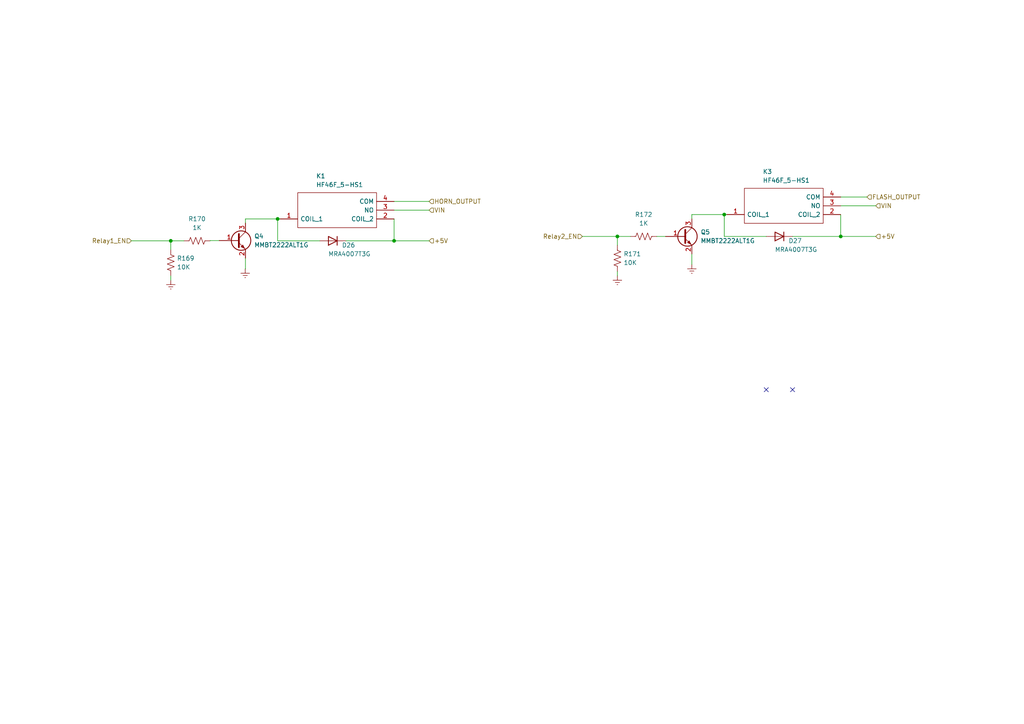
<source format=kicad_sch>
(kicad_sch (version 20231120) (generator "eeschema") (generator_version "7.99")
  (paper "A4")
  (lib_symbols
    (symbol "Device:D" (pin_numbers hide) (pin_names (offset 1.016) hide)
      (property "Reference" "D" (at 0 2.54 0))
      (property "Value" "D" (at 0 -2.54 0))
      (symbol "D_0_1"
        (polyline (pts (xy -1.27 1.27) (xy -1.27 -1.27)) (stroke (width 0.254)))
        (polyline (pts (xy 1.27 0) (xy -1.27 0)))
        (polyline (pts (xy 1.27 1.27) (xy 1.27 -1.27) (xy -1.27 0) (xy 1.27 1.27)) (stroke (width 0.254)))
      )
      (symbol "D_1_1"
        (pin passive line (at -3.81 0 0) (length 2.54) (name "K") (number "1"))
        (pin passive line (at 3.81 0 180) (length 2.54) (name "A") (number "2"))
      )
    )
    (symbol "Device:R_US" (pin_numbers hide) (pin_names (offset 0))
      (property "Reference" "R" (at 2.54 0 90))
      (property "Value" "R_US" (at -2.54 0 90))
      (symbol "R_US_0_1"
        (polyline (pts (xy 0 -2.286) (xy 0 -2.54)))
        (polyline (pts (xy 0 2.286) (xy 0 2.54)))
        (polyline (pts (xy 0 -0.762) (xy 1.016 -1.143) (xy 0 -1.524) (xy -1.016 -1.905) (xy 0 -2.286)))
        (polyline (pts (xy 0 0.762) (xy 1.016 0.381) (xy 0 0) (xy -1.016 -0.381) (xy 0 -0.762)))
        (polyline (pts (xy 0 2.286) (xy 1.016 1.905) (xy 0 1.524) (xy -1.016 1.143) (xy 0 0.762)))
      )
      (symbol "R_US_1_1"
        (pin passive line (at 0 3.81 270) (length 1.27) (name "~") (number "1"))
        (pin passive line (at 0 -3.81 90) (length 1.27) (name "~") (number "2"))
      )
    )
    (symbol "HF46F:HF46F_5-HS1" (pin_names (offset 0.762))
      (property "Reference" "K" (at 29.21 7.62 0))
      (property "Value" "HF46F_5-HS1" (at 29.21 5.08 0))
      (symbol "HF46F_5-HS1_0_0"
        (pin passive line (at 33.02 0 180) (length 5.08) (name "COIL_1") (number "1"))
        (pin passive line (at 0 0 0) (length 5.08) (name "COIL_2") (number "2"))
        (pin passive line (at 0 -2.54 0) (length 5.08) (name "NO") (number "3"))
        (pin passive line (at 0 -5.08 0) (length 5.08) (name "COM") (number "4"))
      )
      (symbol "HF46F_5-HS1_0_1"
        (polyline (pts (xy 5.08 2.54) (xy 27.94 2.54) (xy 27.94 -7.62) (xy 5.08 -7.62) (xy 5.08 2.54)) (stroke (width 0.1524)))
      )
    )
    (symbol "Transistor_BJT:2N3055" (pin_names (offset 0) hide)
      (property "Reference" "Q" (at 5.08 1.905 0))
      (property "Value" "2N3055" (at 5.08 0 0))
      (symbol "2N3055_0_1"
        (polyline (pts (xy 0.635 0.635) (xy 2.54 2.54)))
        (polyline (pts (xy 0.635 -0.635) (xy 2.54 -2.54) (xy 2.54 -2.54)))
        (polyline (pts (xy 0.635 1.905) (xy 0.635 -1.905) (xy 0.635 -1.905)) (stroke (width 0.508)))
        (polyline (pts (xy 1.27 -1.778) (xy 1.778 -1.27) (xy 2.286 -2.286) (xy 1.27 -1.778) (xy 1.27 -1.778)) (fill (type outline)))
        (circle (center 1.27 0) (radius 2.8194) (stroke (width 0.254)))
      )
      (symbol "2N3055_1_1"
        (pin input line (at -5.08 0 0) (length 5.715) (name "B") (number "1"))
        (pin passive line (at 2.54 -5.08 90) (length 2.54) (name "E") (number "2"))
        (pin passive line (at 2.54 5.08 270) (length 2.54) (name "C") (number "3"))
      )
    )
    (symbol "power:Earth" (power) (pin_names (offset 0))
      (symbol "Earth_0_1"
        (polyline (pts (xy -0.635 -1.905) (xy 0.635 -1.905)))
        (polyline (pts (xy -0.127 -2.54) (xy 0.127 -2.54)))
        (polyline (pts (xy 0 -1.27) (xy 0 0)))
        (polyline (pts (xy 1.27 -1.27) (xy -1.27 -1.27)))
      )
      (symbol "Earth_1_1"
        (pin power_in line (at 0 0 270) (length 0) hide (name "Earth") (number "1"))
      )
    )
  )
  (junction (at 114.3 69.85))
  (junction (at 243.84 68.58))
  (junction (at 179.07 68.58))
  (junction (at 80.5252 63.5))
  (junction (at 49.53 69.85))
  (junction (at 210.0652 62.23))
  (no_connect (at 229.87 113.03))
  (no_connect (at 222.25 113.03))
  (wire (pts (xy 92.71 69.85) (xy 80.5252 69.85)))
  (wire (pts (xy 49.53 80.01) (xy 49.53 81.28)))
  (wire (pts (xy 114.3 63.5) (xy 114.3 69.85)))
  (wire (pts (xy 114.3 60.96) (xy 124.46 60.96)))
  (wire (pts (xy 243.84 62.23) (xy 243.84 68.58)))
  (wire (pts (xy 243.84 68.58) (xy 254 68.58)))
  (wire (pts (xy 71.1888 74.8588) (xy 71.1888 77.978)))
  (wire (pts (xy 200.66 62.23) (xy 210.0652 62.23)))
  (wire (pts (xy 179.07 68.58) (xy 182.88 68.58)))
  (wire (pts (xy 168.91 68.58) (xy 179.07 68.58)))
  (wire (pts (xy 114.3 58.42) (xy 124.46 58.42)))
  (wire (pts (xy 60.96 69.7788) (xy 60.96 69.85)))
  (wire (pts (xy 38.1 69.85) (xy 49.53 69.85)))
  (wire (pts (xy 200.66 63.5) (xy 200.66 62.23)))
  (wire (pts (xy 190.5 68.58) (xy 193.04 68.58)))
  (wire (pts (xy 179.07 78.74) (xy 179.07 80.01)))
  (wire (pts (xy 222.25 68.58) (xy 210.0652 68.58)))
  (wire (pts (xy 63.5688 69.7788) (xy 60.96 69.7788)))
  (wire (pts (xy 243.84 57.15) (xy 251.46 57.15)))
  (wire (pts (xy 210.0652 62.23) (xy 210.82 62.23)))
  (wire (pts (xy 71.1888 77.978) (xy 71.12 77.978)))
  (wire (pts (xy 200.66 73.66) (xy 200.66 76.708)))
  (wire (pts (xy 243.84 59.69) (xy 254 59.69)))
  (wire (pts (xy 71.1888 63.5) (xy 71.1888 64.6988)))
  (wire (pts (xy 100.33 69.85) (xy 114.3 69.85)))
  (wire (pts (xy 210.0652 68.58) (xy 210.0652 62.23)))
  (wire (pts (xy 49.53 69.85) (xy 49.53 72.39)))
  (wire (pts (xy 80.5252 63.5) (xy 81.28 63.5)))
  (wire (pts (xy 114.3 69.85) (xy 124.46 69.85)))
  (wire (pts (xy 179.07 68.58) (xy 179.07 71.12)))
  (wire (pts (xy 71.1888 63.5) (xy 80.5252 63.5)))
  (wire (pts (xy 80.5252 69.85) (xy 80.5252 63.5)))
  (wire (pts (xy 49.53 69.85) (xy 53.34 69.85)))
  (wire (pts (xy 229.87 68.58) (xy 243.84 68.58)))
  (hierarchical_label "HORN_OUTPUT" (shape input) (at 124.46 58.42 0))
  (hierarchical_label "+5V" (shape input) (at 124.46 69.85 0))
  (hierarchical_label "VIN" (shape input) (at 254 59.69 0))
  (hierarchical_label "Relay2_EN" (shape input) (at 168.91 68.58 180))
  (hierarchical_label "VIN" (shape input) (at 124.46 60.96 0))
  (hierarchical_label "+5V" (shape input) (at 254 68.58 0))
  (hierarchical_label "FLASH_OUTPUT" (shape input) (at 251.46 57.15 0))
  (hierarchical_label "Relay1_EN" (shape input) (at 38.1 69.85 180))
  (symbol (lib_id "Device:R_US") (at 57.15 69.85 90) (unit 1)
    (property "Reference" "R170" (at 57.15 63.5 90))
    (property "Value" "1K" (at 57.15 66.04 90))
    (property "Footprint" "Resistor_SMD:R_0603_1608Metric" (effects (hide yes)))
    (property "Description" "Resistor, US symbol" (effects (hide yes)))
  )
  (symbol (lib_id "Device:R_US") (at 186.69 68.58 90) (unit 1)
    (property "Reference" "R172" (at 186.69 62.23 90))
    (property "Value" "1K" (at 186.69 64.77 90))
    (property "Footprint" "Resistor_SMD:R_0603_1608Metric" (effects (hide yes)))
    (property "Description" "Resistor, US symbol" (effects (hide yes)))
  )
  (symbol (lib_id "power:Earth") (at 49.53 81.28 0) (unit 1)
    (property "Reference" "#PWR0202" (effects (hide yes)))
    (property "Value" "Earth" (effects (hide yes)))
    (property "Description" "Power symbol creates a global label with name \"Earth\"" (effects (hide yes)))
  )
  (symbol (lib_id "Device:R_US") (at 49.53 76.2 0) (unit 1)
    (property "Reference" "R169" (at 51.308 74.9299 0) (effects (justify left)))
    (property "Value" "10K" (at 51.308 77.4699 0) (effects (justify left)))
    (property "Footprint" "Resistor_SMD:R_0603_1608Metric" (effects (hide yes)))
    (property "Description" "Resistor, US symbol" (effects (hide yes)))
  )
  (symbol (lib_id "Transistor_BJT:2N3055") (at 198.12 68.58 0) (unit 1)
    (property "Reference" "Q5" (at 203.2 67.3099 0) (effects (justify left)))
    (property "Value" "MMBT2222ALT1G" (at 203.2 69.8499 0) (effects (justify left)))
    (property "Footprint" "Pro V3:MMBT2222ALT1G" (effects (hide yes)))
    (property "Datasheet" "https://datasheet.lcsc.com/lcsc/2304140030_onsemi-MMBT2222ALT1G_C82460.pdf" (effects (hide yes)))
    (property "Description" "40V 225mW 100@150mA,10V 600mA NPN SOT-23(TO-236) Bipolar Transistors - BJT ROHS" (effects (hide yes)))
  )
  (symbol (lib_id "power:Earth") (at 179.07 80.01 0) (unit 1)
    (property "Reference" "#PWR0203" (effects (hide yes)))
    (property "Value" "Earth" (effects (hide yes)))
    (property "Description" "Power symbol creates a global label with name \"Earth\"" (effects (hide yes)))
  )
  (symbol (lib_id "HF46F:HF46F_5-HS1") (at 243.84 62.23 180) (unit 1)
    (property "Reference" "K3" (at 221.234 49.784 0) (effects (justify right)))
    (property "Value" "HF46F_5-HS1" (at 221.234 52.324 0) (effects (justify right)))
    (property "Footprint" "HF46F_5-HS1:HF46F5HS1" (effects (hide yes)))
    (property "Description" "Relay: electromagnetic; SPST-NO; Ucoil: 5VDC; 5A/250VAC; 5A/30VDC" (effects (hide yes)))
    (property "Height" "15.6" (effects (hide yes)))
    (property "Manufacturer_Name" "Hongfa" (effects (hide yes)))
    (property "Manufacturer_Part_Number" "HF46F/5-HS1" (effects (hide yes)))
  )
  (symbol (lib_id "power:Earth") (at 71.12 77.978 0) (unit 1)
    (property "Reference" "#PWR0119" (effects (hide yes)))
    (property "Value" "Earth" (effects (hide yes)))
    (property "Description" "Power symbol creates a global label with name \"Earth\"" (effects (hide yes)))
  )
  (symbol (lib_id "Device:D") (at 226.06 68.58 180) (unit 1)
    (property "Reference" "D27" (at 230.632 69.85 0))
    (property "Value" "MRA4007T3G" (at 230.886 72.39 0))
    (property "Footprint" "Diode_SMD:D_0603_1608Metric" (effects (hide yes)))
    (property "Description" "Diode" (effects (hide yes)))
    (property "Sim.Device" "D" (effects (hide yes)))
    (property "Sim.Pins" "1=K 2=A" (effects (hide yes)))
  )
  (symbol (lib_id "Transistor_BJT:2N3055") (at 68.6488 69.7788 0) (unit 1)
    (property "Reference" "Q4" (at 73.7288 68.5087 0) (effects (justify left)))
    (property "Value" "MMBT2222ALT1G" (at 73.7288 71.0487 0) (effects (justify left)))
    (property "Footprint" "Pro V3:MMBT2222ALT1G" (effects (hide yes)))
    (property "Datasheet" "https://datasheet.lcsc.com/lcsc/2304140030_onsemi-MMBT2222ALT1G_C82460.pdf" (effects (hide yes)))
    (property "Description" "40V 225mW 100@150mA,10V 600mA NPN SOT-23(TO-236) Bipolar Transistors - BJT ROHS" (effects (hide yes)))
  )
  (symbol (lib_id "power:Earth") (at 200.66 76.708 0) (unit 1)
    (property "Reference" "#PWR0204" (effects (hide yes)))
    (property "Value" "Earth" (effects (hide yes)))
    (property "Description" "Power symbol creates a global label with name \"Earth\"" (effects (hide yes)))
  )
  (symbol (lib_id "Device:R_US") (at 179.07 74.93 0) (unit 1)
    (property "Reference" "R171" (at 180.848 73.6599 0) (effects (justify left)))
    (property "Value" "10K" (at 180.848 76.1999 0) (effects (justify left)))
    (property "Footprint" "Resistor_SMD:R_0603_1608Metric" (effects (hide yes)))
    (property "Description" "Resistor, US symbol" (effects (hide yes)))
  )
  (symbol (lib_id "HF46F:HF46F_5-HS1") (at 114.3 63.5 180) (unit 1)
    (property "Reference" "K1" (at 91.694 51.054 0) (effects (justify right)))
    (property "Value" "HF46F_5-HS1" (at 91.694 53.594 0) (effects (justify right)))
    (property "Footprint" "HF46F_5-HS1:HF46F5HS1" (effects (hide yes)))
    (property "Description" "Relay: electromagnetic; SPST-NO; Ucoil: 5VDC; 5A/250VAC; 5A/30VDC" (effects (hide yes)))
    (property "Height" "15.6" (effects (hide yes)))
    (property "Manufacturer_Name" "Hongfa" (effects (hide yes)))
    (property "Manufacturer_Part_Number" "HF46F/5-HS1" (effects (hide yes)))
  )
  (symbol (lib_id "Device:D") (at 96.52 69.85 180) (unit 1)
    (property "Reference" "D26" (at 101.092 71.12 0))
    (property "Value" "MRA4007T3G" (at 101.346 73.66 0))
    (property "Footprint" "Diode_SMD:D_0603_1608Metric" (effects (hide yes)))
    (property "Description" "Diode" (effects (hide yes)))
    (property "Sim.Device" "D" (effects (hide yes)))
    (property "Sim.Pins" "1=K 2=A" (effects (hide yes)))
  )
)
</source>
